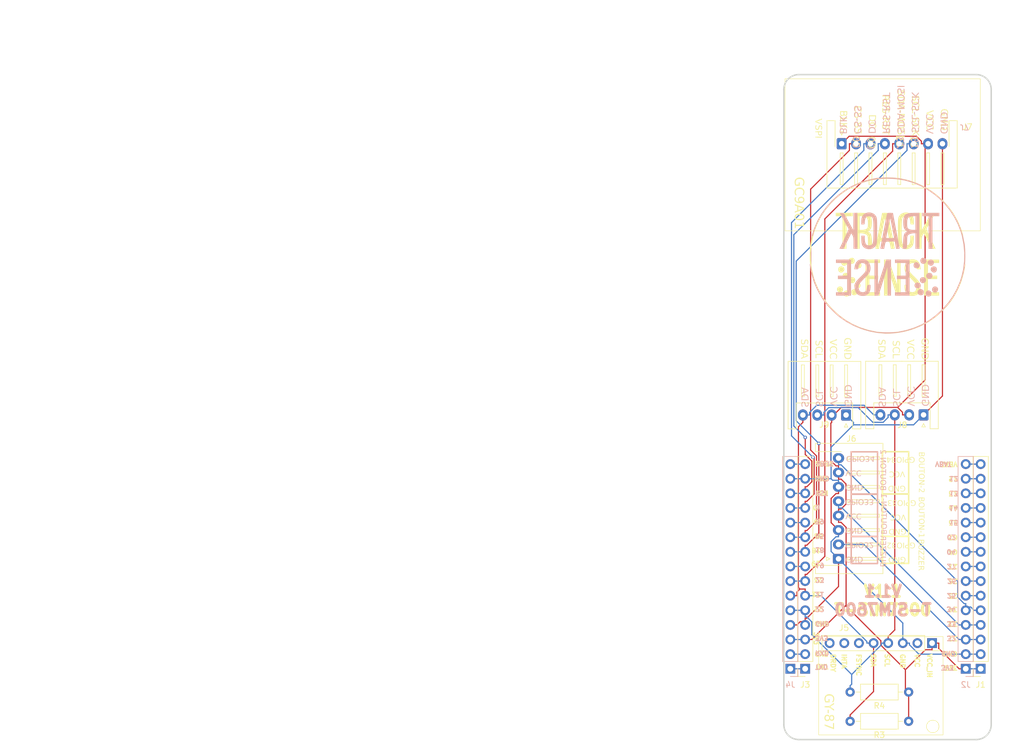
<source format=kicad_pcb>
(kicad_pcb (version 20240108) (generator "pcbnew") (generator_version "8.0")
  (title_block (title "TrackSense") (date "2024-05-07") (rev "1") (company "DFC - Cegep Ste-Foy"))
  (layers (0 "F.Cu" signal "TopLayer") (31 "B.Cu" signal "BottomLayer") (34 "B.Paste" user "BottomPasteMaskLayer") (35 "F.Paste" user "TopPasteMaskLayer") (36 "B.SilkS" user "BottomSilkLayer") (37 "F.SilkS" user "TopSilkLayer") (38 "B.Mask" user "BottomSolderMaskLayer") (39 "F.Mask" user "TopSolderMaskLayer") (44 "Edge.Cuts" user "BoardOutLine"))
  (net 0 "")
  (net 1 "GND")
  (net 2 "VCC")
  (net 3 "GPIO27")
  (net 4 "GPIO15")
  (net 5 "GPIO14")
  (net 6 "GPIO32")
  (net 7 "GPIO04")
  (net 8 "VBAT")
  (net 9 "GPIO34")
  (net 10 "GPIO25")
  (net 11 "GPIO12")
  (net 12 "GPIO13")
  (net 13 "GPIO02")
  (net 14 "GPIO26")
  (net 15 "GPIO33")
  (net 20 "DC")
  (net 21 "TXD")
  (net 22 "GPIO39")
  (net 23 "GPIO23")
  (net 24 "VBUS")
  (net 25 "RST")
  (net 26 "RXD")
  (net 27 "GPIO18")
  (net 28 "GPIO22")
  (net 29 "GPIO19")
  (net 30 "GPIO05")
  (net 31 "GPIO21")
  (footprint "Connector_JST:JST_XH_S4B-XH-A_1x04_P2.50mm_Horizontal" (layer "F.Cu") (at 192.122493 100.122593 180)
    (property "Reference" "J8")
    (property "Value" "Conn_01x04_Pin")
  )
  (footprint "Connector_PinSocket_2.54mm:PinSocket_1x15_P2.54mm_Vertical" (layer "F.Cu") (at 171.568593 144.238893 180)
    (property "Reference" "J3")
    (property "Value" "Conn_01x15_Socket")
  )
  (footprint "Connector_JST:JST_XH_S4B-XH-A_1x04_P2.50mm_Horizontal" (layer "F.Cu") (at 178.668593 100.148893 180)
    (property "Reference" "J9")
    (property "Value" "Conn_01x04_Pin")
  )
  (footprint "TrackSense_EasyEDA:Hole_gge31514" (layer "F.Cu") (at 170.868693 51.406793 180)
    (property "Reference" "Hole_gge31514" (hide yes))
    (property "Value" "Hole_gge31514" (hide yes))
  )
  (footprint "Connector_PinSocket_2.54mm:PinSocket_1x08_P2.54mm_Vertical" (layer "F.Cu") (at 193.598593 139.778893 -90)
    (property "Reference" "J5")
    (property "Value" "Conn_01x08_Socket")
  )
  (footprint "TrackSense_EasyEDA:Hole_gge26318" (layer "F.Cu") (at 170.458693 43.576993 180)
    (property "Reference" "Hole_gge26318" (hide yes))
    (property "Value" "Hole_gge26318" (hide yes))
  )
  (footprint "KicadLib:TS_LOGO_FOOTPRINT" (layer "F.Cu") (at 185.85158 72.377594)
    (property "Reference" "G1" (hide yes))
    (property "Value" "LOGO" (hide yes))
  )
  (footprint "TrackSense_EasyEDA:Hole_gge26333" (layer "F.Cu") (at 198.168593 43.576993 180)
    (property "Reference" "Hole_gge26333" (hide yes))
    (property "Value" "Hole_gge26333" (hide yes))
  )
  (footprint "TrackSense_EasyEDA:Hole_gge31529" (layer "F.Cu") (at 170.868693 47.816693 180)
    (property "Reference" "Hole_gge31529" (hide yes))
    (property "Value" "Hole_gge31529" (hide yes))
  )
  (footprint "Resistor_THT:R_Axial_DIN0207_L6.3mm_D2.5mm_P10.16mm_Horizontal" (layer "F.Cu") (at 189.532593 148.285193 180)
    (property "Reference" "R4")
    (property "Value" "4.7k")
  )
  (footprint "TrackSense_EasyEDA:Hole_gge6258" (layer "F.Cu") (at 170.458693 148.936693 180)
    (property "Reference" "Hole_gge6258" (hide yes))
    (property "Value" "Hole_gge6258" (hide yes))
  )
  (footprint "TrackSense_EasyEDA:Hole_gge6255" (layer "F.Cu") (at 198.168593 148.936693 180)
    (property "Reference" "Hole_gge6255" (hide yes))
    (property "Value" "Hole_gge6255" (hide yes))
  )
  (footprint "Connector_JST:JST_XH_S8B-XH-A-1_1x08_P2.50mm_Horizontal" (layer "F.Cu") (at 177.358593 125.138893 90)
    (property "Reference" "J6")
    (property "Value" "Conn_01x08_Pin")
  )
  (footprint "Resistor_THT:R_Axial_DIN0207_L6.3mm_D2.5mm_P10.16mm_Horizontal" (layer "F.Cu") (at 189.532593 153.365193 180)
    (property "Reference" "R3")
    (property "Value" "4.7k")
  )
  (footprint "Connector_JST:JST_XH_S8B-XH-A-1_1x08_P2.50mm_Horizontal" (layer "F.Cu") (at 177.905693 53.011093)
    (property "Reference" "J7")
    (property "Value" "Conn_01x08_Pin")
  )
  (footprint "TrackSense_EasyEDA:Hole_gge12314" (layer "F.Cu") (at 193.723593 154.253893 180)
    (property "Reference" "Hole_gge12314" (hide yes))
    (property "Value" "Hole_gge12314" (hide yes))
  )
  (footprint "Connector_PinSocket_2.54mm:PinSocket_1x15_P2.54mm_Vertical" (layer "F.Cu") (at 202.038593 144.238893 180)
    (property "Reference" "J1")
    (property "Value" "Conn_01x15_Socket")
  )
  (footprint "Connector_PinSocket_2.54mm:PinSocket_1x15_P2.54mm_Vertical" (layer "B.Cu") (at 199.448593 144.238893)
    (property "Reference" "J2")
    (property "Value" "Conn_01x15_Socket")
  )
  (footprint "KicadLib:TS_LOGO_FOOTPRINT" (layer "B.Cu") (at 185.885466 72.377594 180)
    (property "Reference" "G2" (hide yes))
    (property "Value" "LOGO" (hide yes))
  )
  (footprint "Connector_PinSocket_2.54mm:PinSocket_1x15_P2.54mm_Vertical" (layer "B.Cu") (at 168.988593 144.238893)
    (property "Reference" "J4")
    (property "Value" "Conn_01x15_Socket")
  )
  (gr_rect (start 179.558693 106.541793) (end 184.130693 113.907793) (stroke (width 0.254)) (fill none) (layer "B.SilkS"))
  (gr_rect (start 179.558693 121.255493) (end 184.130693 125.954493) (stroke (width 0.254)) (fill none) (layer "B.SilkS"))
  (gr_rect (start 179.558693 113.889493) (end 184.130693 121.255493) (stroke (width 0.254)) (fill none) (layer "B.SilkS"))
  (gr_rect (start 184.960593 113.867893) (end 189.532593 121.233893) (stroke (width 0.254)) (fill none) (layer "F.SilkS"))
  (gr_rect (start 184.960593 121.233893) (end 189.532593 125.932893) (stroke (width 0.254)) (fill none) (layer "F.SilkS"))
  (gr_rect (start 173.911593 138.633193) (end 195.511493 155.733193) (stroke (width 0.1)) (fill none) (layer "F.SilkS"))
  (gr_rect (start 168.069593 41.731893) (end 201.978593 68.147893) (stroke (width 0.1)) (fill none) (layer "F.SilkS"))
  (gr_circle (center 193.723593 154.254193) (end 192.723593 154.254193) (stroke (width 0.254)) (fill none) (layer "F.SilkS"))
  (gr_rect (start 184.960593 106.519893) (end 189.532593 113.885893) (stroke (width 0.254)) (fill none) (layer "F.SilkS"))
  (gr_line (start 203.868593 43.588963) (end 203.868593 153.948593) (stroke (width 0.254)) (layer "Edge.Cuts"))
  (gr_line (start 167.868693 153.948593) (end 167.868693 43.588723) (stroke (width 0.254)) (layer "Edge.Cuts"))
  (gr_line (start 201.278593 156.538593) (end 170.458693 156.538593) (stroke (width 0.254)) (layer "Edge.Cuts"))
  (gr_arc (start 201.278523 40.998893) (mid 203.10997 41.757516) (end 203.868593 43.588963) (stroke (width 0.254)) (layer "Edge.Cuts"))
  (gr_arc (start 167.868693 43.588723) (mid 168.627228 41.757428) (end 170.458523 40.998893) (stroke (width 0.254)) (layer "Edge.Cuts"))
  (gr_arc (start 203.868593 153.948593) (mid 203.11 155.78) (end 201.278593 156.538593) (stroke (width 0.254)) (layer "Edge.Cuts"))
  (gr_arc (start 170.458693 156.538593) (mid 168.627286 155.78) (end 167.868693 153.948593) (stroke (width 0.254)) (layer "Edge.Cuts"))
  (gr_line (start 170.458523 40.998893) (end 201.278523 40.998893) (stroke (width 0.254)) (layer "Edge.Cuts"))
  (gr_text "BUZZER" (at 184.468593 126.558893 -90) (layer "B.SilkS") (effects (font (size 0.96 0.96) (thickness 0.2032)) (justify left bottom mirror)))
  (gr_text "TXD" (at 173.195093 143.431193 180) (layer "B.SilkS") (effects (font (size 0.8 0.8) (thickness 0.2032)) (justify left bottom mirror)))
  (gr_text "3V3" (at 195.029693 143.558193 180) (layer "B.SilkS") (effects (font (size 0.8 0.8) (thickness 0.2032)) (justify left bottom mirror)))
  (gr_text "SCL" (at 173.229593 98.767593 -90) (layer "B.SilkS") (effects (font (size 1.2 1.2) (thickness 0.2032)) (justify left bottom mirror)))
  (gr_text "VBUS\n" (at 173.298593 108.108893 180) (layer "B.SilkS") (effects (font (size 0.8 0.8) (thickness 0.2)) (justify left bottom mirror)))
  (gr_text "05" (at 179.608593 53.778893 -90) (layer "B.SilkS") (effects (font (size 1.2 1.2) (thickness 0.2032)) (justify left bottom mirror)))
  (gr_text "14" (at 196.437593 115.818893 180) (layer "B.SilkS") (effects (font (size 0.8 0.8) (thickness 0.2032)) (justify left bottom mirror)))
  (gr_text "GND" (at 173.195093 135.938193 180) (layer "B.SilkS") (effects (font (size 0.8 0.8) (thickness 0.2032)) (justify left bottom mirror)))
  (gr_text "3V3" (at 173.195093 138.422793 180) (layer "B.SilkS") (effects (font (size 0.8 0.8) (thickness 0.2032)) (justify left bottom mirror)))
  (gr_text "GND" (at 178.547093 124.622793 180) (layer "B.SilkS") (effects (font (size 0.96 0.96) (thickness 0.2032)) (justify left bottom mirror)))
  (gr_text "VCC" (at 178.549593 117.122893 180) (layer "B.SilkS") (effects (font (size 0.96 0.96) (thickness 0.2032)) (justify left bottom mirror)))
  (gr_text "VCC" (at 189.144493 98.638093 -90) (layer "B.SilkS") (effects (font (size 1.2 1.2) (thickness 0.2032)) (justify left bottom mirror)))
  (gr_text "V1.1\nT-SIM7600" (at 185.055492 135.164893 0) (layer "B.SilkS") (effects (font (size 2 2) (thickness 0.5)) (justify bottom mirror)))
  (gr_text "27" (at 196.074393 125.978893 180) (layer "B.SilkS") (effects (font (size 0.8 0.8) (thickness 0.2032)) (justify left bottom mirror)))
  (gr_text "00" (at 182.102393 53.994793 -90) (layer "B.SilkS") (effects (font (size 1.2 1.2) (thickness 0.2032)) (justify left bottom mirror)))
  (gr_text "BOUTON-2" (at 184.468593 113.288893 -90) (layer "B.SilkS") (effects (font (size 0.96 0.96) (thickness 0.2032)) (justify left bottom mirror)))
  (gr_text "02" (at 196.074393 120.898893 180) (layer "B.SilkS") (effects (font (size 0.8 0.8) (thickness 0.2032)) (justify left bottom mirror)))
  (gr_text "RES-RST" (at 184.880693 51.267693 -90) (layer "B.SilkS") (effects (font (size 1.2 1.2) (thickness 0.2032)) (justify left bottom mirror)))
  (gr_text "SDA" (at 170.729493 98.808193 -90) (layer "B.SilkS") (effects (font (size 1.2 1.2) (thickness 0.2032)) (justify left bottom mirror)))
  (gr_text "0" (at 173.198593 115.651893 180) (layer "B.SilkS") (effects (font (size 0.8 0.8) (thickness 0.2032)) (justify left bottom mirror)))
  (gr_text "26" (at 196.120093 128.518893 180) (layer "B.SilkS") (effects (font (size 0.8 0.8) (thickness 0.2032)) (justify left bottom mirror)))
  (gr_text "SCL" (at 186.644593 98.719293 -90) (layer "B.SilkS") (effects (font (size 1.2 1.2) (thickness 0.2032)) (justify left bottom mirror)))
  (gr_text "04" (at 196.028593 123.438893 180) (layer "B.SilkS") (effects (font (size 0.8 0.8) (thickness 0.2032)) (justify left bottom mirror)))
  (gr_text "12" (at 196.483293 110.738893 180) (layer "B.SilkS") (effects (font (size 0.8 0.8) (thickness 0.2032)) (justify left bottom mirror)))
  (gr_text "13" (at 196.483293 113.278893 180) (layer "B.SilkS") (effects (font (size 0.8 0.8) (thickness 0.2032)) (justify left bottom mirror)))
  (gr_text "GND" (at 195.075393 141.117493 180) (layer "B.SilkS") (effects (font (size 0.8 0.8) (thickness 0.2032)) (justify left bottom mirror)))
  (gr_text "BLK" (at 177.378593 51.348893 -90) (layer "B.SilkS") (effects (font (size 1.2 1.2) (thickness 0.2032)) (justify left bottom mirror)))
  (gr_text "39" (at 173.195093 118.158193 180) (layer "B.SilkS") (effects (font (size 0.8 0.8) (thickness 0.2032)) (justify left bottom mirror)))
  (gr_text "18" (at 173.195093 123.111193 180) (layer "B.SilkS") (effects (font (size 0.8 0.8) (thickness 0.2032)) (justify left bottom mirror)))
  (gr_text "SDA" (at 184.144793 98.760193 -90) (layer "B.SilkS") (effects (font (size 1.2 1.2) (thickness 0.2032)) (justify left bottom mirror)))
  (gr_text "VCC" (at 192.378493 51.318493 -90) (layer "B.SilkS") (effects (font (size 1.2 1.2) (thickness 0.2032)) (justify left bottom mirror)))
  (gr_text "18" (at 189.795793 53.921193 -90) (layer "B.SilkS") (effects (font (size 1.2 1.2) (thickness 0.2032)) (justify left bottom mirror)))
  (gr_text "VCC" (at 175.729693 98.686293 -90) (layer "B.SilkS") (effects (font (size 1.2 1.2) (thickness 0.2032)) (justify left bottom mirror)))
  (gr_text "RST" (at 173.198593 113.238893 180) (layer "B.SilkS") (effects (font (size 0.8 0.8) (thickness 0.2032)) (justify left bottom mirror)))
  (gr_text "19" (at 173.195093 125.778193 180) (layer "B.SilkS") (effects (font (size 0.8 0.8) (thickness 0.2032)) (justify left bottom mirror)))
  (gr_text "SCL-SCK" (at 189.878393 51.145693 -90) (layer "B.SilkS") (effects (font (size 1.2 1.2) (thickness 0.2032)) (justify left bottom mirror)))
  (gr_text "15" (at 196.483293 118.358893 180) (layer "B.SilkS") (effects (font (size 0.8 0.8) (thickness 0.2032)) (justify left bottom mirror)))
  (gr_text "SDA-MOSI" (at 187.378493 51.186393 -90) (layer "B.SilkS") (effects (font (size 1.2 1.2) (thickness 0.2032)) (justify left bottom mirror)))
  (gr_text "GND" (at 173.198593 110.698893 180) (layer "B.SilkS") (effects (font (size 0.8 0.8) (thickness 0.2032)) (justify left bottom mirror)))
  (gr_text "GND" (at 178.229593 98.696493 -90) (layer "B.SilkS") (effects (font (size 1.2 1.2) (thickness 0.2032)) (justify left bottom mirror)))
  (gr_text "GPIO33" (at 178.483593 114.622793 180) (layer "B.SilkS") (effects (font (size 0.96 0.96) (thickness 0.2032)) (justify left bottom mirror)))
  (gr_text "DC" (at 182.378793 51.305793 -90) (layer "B.SilkS") (effects (font (size 1.2 1.2) (thickness 0.2032)) (justify left bottom mirror)))
  (gr_text "VCC" (at 178.552193 109.622793 180) (layer "B.SilkS") (effects (font (size 0.96 0.96) (thickness 0.2032)) (justify left bottom mirror)))
  (gr_text "GND" (at 191.644593 98.648193 -90) (layer "B.SilkS") (effects (font (size 1.2 1.2) (thickness 0.2032)) (justify left bottom mirror)))
  (gr_text "GND" (at 194.878393 51.328593 -90) (layer "B.SilkS") (effects (font (size 1.2 1.2) (thickness 0.2032)) (justify left bottom mirror)))
  (gr_text "VBAT" (at 194.019493 108.198893 180) (layer "B.SilkS") (effects (font (size 0.8 0.8) (thickness 0.2032)) (justify left bottom mirror)))
  (gr_text "05" (at 173.195093 120.698193 180) (layer "B.SilkS") (effects (font (size 0.8 0.8) (thickness 0.2032)) (justify left bottom mirror)))
  (gr_text "GND" (at 178.488693 119.622793 180) (layer "B.SilkS") (effects (font (size 0.96 0.96) (thickness 0.2032)) (justify left bottom mirror)))
  (gr_text "J7\n" (at 198.315393 49.605893 180) (layer "B.SilkS") (effects (font (size 0.9144 0.9144) (thickness 0.1524)) (justify left bottom mirror)))
  (gr_text "21" (at 173.195093 130.858193 180) (layer "B.SilkS") (effects (font (size 0.8 0.8) (thickness 0.2032)) (justify left bottom mirror)))
  (gr_text "GND" (at 178.526793 112.122893 180) (layer "B.SilkS") (effects (font (size 0.96 0.96) (thickness 0.2032)) (justify left bottom mirror)))
  (gr_text "22" (at 173.195093 133.398193 180) (layer "B.SilkS") (effects (font (size 0.8 0.8) (thickness 0.2032)) (justify left bottom mirror)))
  (gr_text "BOUTON-1" (at 184.598593 120.908893 -90) (layer "B.SilkS") (effects (font (size 0.96 0.96) (thickness 0.2032)) (justify left bottom mirror)))
  (gr_text "33" (at 196.058393 135.938193 180) (layer "B.SilkS") (effects (font (size 0.8 0.8) (thickness 0.2032)) (justify left bottom mirror)))
  (gr_text "GPIO34" (at 178.653793 107.122893 180) (layer "B.SilkS") (effects (font (size 0.96 0.96) (thickness 0.2032)) (justify left bottom mirror)))
  (gr_text "23" (at 173.195093 128.318193 180) (layer "B.SilkS") (effects (font (size 0.8 0.8) (thickness 0.2032)) (justify left bottom mirror)))
  (gr_text "GPIO32" (at 178.483593 122.122893 180) (layer "B.SilkS") (effects (font (size 0.96 0.96) (thickness 0.2032)) (justify left bottom mirror)))
  (gr_text "CS-SS" (at 179.878393 51.313393 -90) (layer "B.SilkS") (effects (font (size 1.2 1.2) (thickness 0.2032)) (justify left bottom mirror)))
  (gr_text "25" (at 196.074393 131.058893 180) (layer "B.SilkS") (effects (font (size 0.8 0.8) (thickness 0.2032)) (justify left bottom mirror)))
  (gr_text "32" (at 196.058393 138.450493 180) (layer "B.SilkS") (effects (font (size 0.8 0.8) (thickness 0.2032)) (justify left bottom mirror)))
  (gr_text "23" (at 187.295893 53.918593 -90) (layer "B.SilkS") (effects (font (size 1.2 1.2) (thickness 0.2032)) (justify left bottom mirror)))
  (gr_text "RXD" (at 173.195093 141.018193 180) (layer "B.SilkS") (effects (font (size 0.8 0.8) (thickness 0.2032)) (justify left bottom mirror)))
  (gr_text "34" (at 196.012593 133.398193 180) (layer "B.SilkS") (effects (font (size 0.8 0.8) (thickness 0.2032)) (justify left bottom mirror)))
  (gr_text "VCC" (at 190.543493 141.553893 -90) (layer "F.SilkS") (effects (font (size 0.8 0.8) (thickness 0.2032)) (justify left bottom)))
  (gr_text "0" (at 173.843993 115.751193 180) (layer "F.SilkS") (effects (font (size 0.8 0.8) (thickness 0.2032)) (justify left bottom)))
  (gr_text "12" (at 198.133493 110.766593 180) (layer "F.SilkS") (effects (font (size 0.8 0.8) (thickness 0.2032)) (justify left bottom)))
  (gr_text "BLK" (at 177.440493 47.187193 -90) (layer "F.SilkS") (effects (font (size 1.2 1.2) (thickness 0.2032)) (justify left bottom)))
  (gr_text "04" (at 198.133493 123.466593 180) (layer "F.SilkS") (effects (font (size 0.8 0.8) (thickness 0.2032)) (justify left bottom)))
  (gr_text "15" (at 198.133493 118.386593 180) (layer "F.SilkS") (effects (font (size 0.8 0.8) (thickness 0.2032)) (justify left bottom)))
  (gr_text "02" (at 198.133493 120.926593 180) (layer "F.SilkS") (effects (font (size 0.8 0.8) (thickness 0.2032)) (justify left bottom)))
  (gr_text "RXD" (at 175.712193 141.172893 180) (layer "F.SilkS") (effects (font (size 0.8 0.8) (thickness 0.2032)) (justify left bottom)))
  (gr_text "SCL" (at 173.163593 87.122593 -90) (layer "F.SilkS") (effects (font (size 1.2 1.2) (thickness 0.2032)) (justify left bottom)))
  (gr_text "23" (at 187.159193 51.513393 -90) (layer "F.SilkS") (effects (font (size 1.2 1.2) (thickness 0.2032)) (justify left bottom)))
  (gr_text "18" (at 174.366293 123.210493 180) (layer "F.SilkS") (effects (font (size 0.8 0.8) (thickness 0.2032)) (justify left bottom)))
  (gr_text "05" (at 174.775193 120.670493 180) (layer "F.SilkS") (effects (font (size 0.8 0.8) (thickness 0.2032)) (justify left bottom)))
  (gr_text "SDA" (at 184.078493 86.964793 -90) (layer "F.SilkS") (effects (font (size 1.2 1.2) (thickness 0.2032)) (justify left bottom)))
  (gr_text "VCC" (at 189.078793 86.998093 -90) (layer "F.SilkS") (effects (font (size 1.2 1.2) (thickness 0.2032)) (justify left bottom)))
  (gr_text "INTA" (at 177.848593 141.554193 -90) (layer "F.SilkS") (effects (font (size 0.8 0.8) (thickness 0.2032)) (justify left bottom)))
  (gr_text "GPIO33" (at 190.839093 114.789893 180) (layer "F.SilkS") (effects (font (size 0.96 0.96) (thickness 0.2032)) (justify left bottom)))
  (gr_text "05" (at 179.659393 51.648093 -90) (layer "F.SilkS") (effects (font (size 1.2 1.2) (thickness 0.2032)) (justify left bottom)))
  (gr_text "GND" (at 198.117493 141.145193 180) (layer "F.SilkS") (effects (font (size 0.8 0.8) (thickness 0.2032)) (justify left bottom)))
  (gr_text "13" (at 198.133493 113.306593 180) (layer "F.SilkS") (effects (font (size 0.8 0.8) (thickness 0.2032)) (justify left bottom)))
  (gr_text "V1.1\nT-SIM7600" (at 185.055492 135.164893 0) (layer "F.SilkS") (effects (font (size 2 2) (thickness 0.5)) (justify bottom)))
  (gr_text "VSPI" (at 173.158593 48.628893 -90) (layer "F.SilkS") (effects (font (size 1.12 1.12) (thickness 0.2032)) (justify left bottom)))
  (gr_text "3V3" (at 198.117493 143.585893 180) (layer "F.SilkS") (effects (font (size 0.8 0.8) (thickness 0.2032)) (justify left bottom)))
  (gr_text "00" (at 182.346393 51.686193 -90) (layer "F.SilkS") (effects (font (size 1.2 1.2) (thickness 0.2032)) (justify left bottom)))
  (gr_text "CS-SS" (at 179.940693 46.399793 -90) (layer "F.SilkS") (effects (font (size 1.2 1.2) (thickness 0.2032)) (justify left bottom)))
  (gr_text "GND" (at 188.008593 141.554193 -90) (layer "F.SilkS") (effects (font (size 0.8 0.8) (thickness 0.2032)) (justify left bottom)))
  (gr_text "34" (at 198.117493 133.425893 180) (layer "F.SilkS") (effects (font (size 0.8 0.8) (thickness 0.2032)) (justify left bottom)))
  (gr_text "FSYNC" (at 180.388593 141.554193 -90) (layer "F.SilkS") (effects (font (size 0.8 0.8) (thickness 0.2032)) (justify left bottom)))
  (gr_text "39" (at 174.729493 118.130493 180) (layer "F.SilkS") (effects (font (size 0.8 0.8) (thickness 0.2032)) (justify left bottom)))
  (gr_text "VBUS\n" (at 176.502093 108.089593 180) (layer "F.SilkS") (effects (font (size 0.8 0.8) (thickness 0.2)) (justify left bottom)))
  (gr_text "BUZZER" (at 191.088593 121.708893 -90) (layer "F.SilkS") (effects (font (size 0.96 0.96) (thickness 0.2032)) (justify left bottom)))
  (gr_text "SDA" (at 170.663793 86.919093 -90) (layer "F.SilkS") (effects (font (size 1.2 1.2) (thickness 0.2032)) (justify left bottom)))
  (gr_text "RST" (at 175.715993 113.211193 180) (layer "F.SilkS") (effects (font (size 0.8 0.8) (thickness 0.2032)) (justify left bottom)))
  (gr_text "GY-87" (at 174.678593 148.528893 -90) (layer "F.SilkS") (effects (font (size 1.6 1.6) (thickness 0.2032)) (justify left bottom)))
  (gr_text "GND" (at 175.761693 110.671193 180) (layer "F.SilkS") (effects (font (size 0.8 0.8) (thickness 0.2032)) (justify left bottom)))
  (gr_text "GND" (at 189.066893 124.662893 180) (layer "F.SilkS") (effects (font (size 0.96 0.96) (thickness 0.2032)) (justify left bottom)))
  (gr_text "33" (at 198.117493 135.965893 180) (layer "F.SilkS") (effects (font (size 0.8 0.8) (thickness 0.2032)) (justify left bottom)))
  (gr_text "DRDY" (at 175.943593 141.553893 -90) (layer "F.SilkS") (effects (font (size 0.8 0.8) (thickness 0.2032)) (justify left bottom)))
  (gr_text "VCC" (at 188.928593 109.808893 180) (layer "F.SilkS") (effects (font (size 0.96 0.96) (thickness 0.2032)) (justify left bottom)))
  (gr_text "21" (at 174.366293 130.830493 180) (layer "F.SilkS") (effects (font (size 0.8 0.8) (thickness 0.2032)) (justify left bottom)))
  (gr_text "GND" (at 191.578593 86.728893 -90) (layer "F.SilkS") (effects (font (size 1.2 1.2) (thickness 0.2032)) (justify left bottom)))
  (gr_text "3V3" (at 173.022593 137.743893 -90) (layer "F.SilkS") (effects (font (size 0.8 0.8) (thickness 0.2032)) (justify left bottom)))
  (gr_text "SCL" (at 186.578593 87.170793 -90) (layer "F.SilkS") (effects (font (size 1.2 1.2) (thickness 0.2032)) (justify left bottom)))
  (gr_text "32" (at 198.117493 138.478193 180) (layer "F.SilkS") (effects (font (size 0.8 0.8) (thickness 0.2032)) (justify left bottom)))
  (gr_text "19" (at 174.320493 125.468793 180) (layer "F.SilkS") (effects (font (size 0.8 0.8) (thickness 0.2032)) (justify left bottom)))
  (gr_text "27" (at 198.133493 126.006593 180) (layer "F.SilkS") (effects (font (size 0.8 0.8) (thickness 0.2032)) (justify left bottom)))
  (gr_text "TXD" (at 175.712493 143.359593 180) (layer "F.SilkS") (effects (font (size 0.8 0.8) (thickness 0.2032)) (justify left bottom)))
  (gr_text "GND" (at 189.135693 119.789893 180) (layer "F.SilkS") (effects (font (size 0.96 0.96) (thickness 0.2032)) (justify left bottom)))
  (gr_text "GND" (at 175.758193 135.910493 180) (layer "F.SilkS") (effects (font (size 0.8 0.8) (thickness 0.2032)) (justify left bottom)))
  (gr_text "DC" (at 182.440493 47.911093 -90) (layer "F.SilkS") (effects (font (size 1.2 1.2) (thickness 0.2032)) (justify left bottom)))
  (gr_text "GND" (at 189.018593 112.289793 180) (layer "F.SilkS") (effects (font (size 0.96 0.96) (thickness 0.2032)) (justify left bottom)))
  (gr_text "GND" (at 178.163593 86.680593 -90) (layer "F.SilkS") (effects (font (size 1.2 1.2) (thickness 0.2032)) (justify left bottom)))
  (gr_text "GC9A01" (at 169.498593 58.768893 -90) (layer "F.SilkS") (effects (font (size 1.6 1.6) (thickness 0.2032)) (justify left bottom)))
  (gr_text "GND" (at 194.940393 46.900093 -90) (layer "F.SilkS") (effects (font (size 1.2 1.2) (thickness 0.2032)) (justify left bottom)))
  (gr_text "RES-RST" (at 184.753693 44.456693 -90) (layer "F.SilkS") (effects (font (size 1.2 1.2) (thickness 0.2032)) (justify left bottom)))
  (gr_text "23" (at 174.775193 128.290493 180) (layer "F.SilkS") (effects (font (size 0.8 0.8) (thickness 0.2032)) (justify left bottom)))
  (gr_text "22" (at 174.775193 133.370493 180) (layer "F.SilkS") (effects (font (size 0.8 0.8) (thickness 0.2032)) (justify left bottom)))
  (gr_text "VCC_IN" (at 192.702493 141.523393 -90) (layer "F.SilkS") (effects (font (size 0.8 0.8) (thickness 0.2032)) (justify left bottom)))
  (gr_text "GPIO32" (at 190.712093 122.162793 180) (layer "F.SilkS") (effects (font (size 0.96 0.96) (thickness 0.2032)) (justify left bottom)))
  (gr_text "VCC" (at 189.083493 117.308793 180) (layer "F.SilkS") (effects (font (size 0.96 0.96) (thickness 0.2032)) (justify left bottom)))
  (gr_text "25" (at 198.133493 131.086593 180) (layer "F.SilkS") (effects (font (size 0.8 0.8) (thickness 0.2032)) (justify left bottom)))
  (gr_text "26" (at 198.133493 128.546593 180) (layer "F.SilkS") (effects (font (size 0.8 0.8) (thickness 0.2032)) (justify left bottom)))
  (gr_text "GPIO34" (at 190.648593 107.289793 180) (layer "F.SilkS") (effects (font (size 0.96 0.96) (thickness 0.2032)) (justify left bottom)))
  (gr_text "SCL-SCK" (at 189.940393 44.578593 -90) (layer "F.SilkS") (effects (font (size 1.2 1.2) (thickness 0.2032)) (justify left bottom)))
  (gr_text "VBAT" (at 198.133493 108.226593 180) (layer "F.SilkS") (effects (font (size 0.8 0.8) (thickness 0.2032)) (justify left bottom)))
  (gr_text "BOUTON-2" (at 191.158593 106.526393 -90) (layer "F.SilkS") (effects (font (size 0.96 0.96) (thickness 0.2032)) (justify left bottom)))
  (gr_text "SDA-MOSI" (at 187.440493 43.633693 -90) (layer "F.SilkS") (effects (font (size 1.2 1.2) (thickness 0.2032)) (justify left bottom)))
  (gr_text "SCL" (at 185.336493 141.528493 -90) (layer "F.SilkS") (effects (font (size 0.8 0.8) (thickness 0.2032)) (justify left bottom)))
  (gr_text "BOUTON-1" (at 191.138593 114.348893 -90) (layer "F.SilkS") (effects (font (size 0.96 0.96) (thickness 0.2032)) (justify left bottom)))
  (gr_text "VCC" (at 175.663493 86.952393 -90) (layer "F.SilkS") (effects (font (size 1.2 1.2) (thickness 0.2032)) (justify left bottom)))
  (gr_text "14" (at 198.133493 115.846593 180) (layer "F.SilkS") (effects (font (size 0.8 0.8) (thickness 0.2032)) (justify left bottom)))
  (gr_text "SDA" (at 182.923493 141.528493 -90) (layer "F.SilkS") (effects (font (size 0.8 0.8) (thickness 0.2032)) (justify left bottom)))
  (gr_text "18" (at 189.659093 51.559193 -90) (layer "F.SilkS") (effects (font (size 1.2 1.2) (thickness 0.2032)) (justify left bottom)))
  (gr_text "VCC" (at 192.440493 47.169393 -90) (layer "F.SilkS") (effects (font (size 1.2 1.2) (thickness 0.2032)) (justify left bottom)))
  (segment (start 177.358593 113.790593) (end 176.926693 113.790593) (width 0.2) (layer "F.Cu") (net 1))
  (segment (start 177.358593 125.138893) (end 177.358593 129.945693) (width 0.2) (layer "F.Cu") (net 1))
  (segment (start 171.568593 136.618893) (end 171.568593 136.043093) (width 0.2) (layer "F.Cu") (net 1))
  (segment (start 168.988593 136.618893) (end 170.140293 136.618893) (width 0.2) (layer "F.Cu") (net 1))
  (segment (start 170.716093 136.043093) (end 170.140293 136.618893) (width 0.2) (layer "F.Cu") (net 1))
  (segment (start 192.122493 100.122593) (end 195.405693 96.839393) (width 0.2) (layer "F.Cu") (net 1))
  (segment (start 176.926693 113.790593) (end 176.077493 114.639793) (width 0.2) (layer "F.Cu") (net 1))
  (segment (start 171.568593 136.043093) (end 171.568593 135.467193) (width 0.2) (layer "F.Cu") (net 1))
  (segment (start 177.358593 129.945693) (end 171.837093 135.467193) (width 0.2) (layer "F.Cu") (net 1))
  (segment (start 171.568593 136.043093) (end 170.716093 136.043093) (width 0.2) (layer "F.Cu") (net 1))
  (segment (start 177.358593 112.638893) (end 177.358593 113.790593) (width 0.2) (layer "F.Cu") (net 1))
  (segment (start 176.077493 114.639793) (end 176.077493 118.857793) (width 0.2) (layer "F.Cu") (net 1))
  (segment (start 171.837093 135.467193) (end 171.568593 135.467193) (width 0.2) (layer "F.Cu") (net 1))
  (segment (start 176.077493 118.857793) (end 177.358593 120.138893) (width 0.2) (layer "F.Cu") (net 1))
  (segment (start 195.405693 96.839393) (end 195.405693 53.011093) (width 0.2) (layer "F.Cu") (net 1))
  (segment (start 176.926693 121.290593) (end 176.066193 122.151093) (width 0.2) (layer "B.Cu") (net 1))
  (segment (start 188.518593 136.298893) (end 188.518593 138.627193) (width 0.2) (layer "B.Cu") (net 1))
  (segment (start 199.448593 141.698893) (end 202.038593 141.698893) (width 0.2) (layer "B.Cu") (net 1))
  (segment (start 189.670293 140.066793) (end 191.302393 141.698893) (width 0.2) (layer "B.Cu") (net 1))
  (segment (start 188.518593 139.778893) (end 188.518593 138.627193) (width 0.2) (layer "B.Cu") (net 1))
  (segment (start 190.391093 101.853993) (end 192.122493 100.122593) (width 0.2) (layer "B.Cu") (net 1))
  (segment (start 172.720293 111.218893) (end 176.067193 111.218893) (width 0.2) (layer "B.Cu") (net 1))
  (segment (start 178.668593 100.148893) (end 179.961993 101.442293) (width 0.2) (layer "B.Cu") (net 1))
  (segment (start 177.358593 112.638893) (end 177.358593 111.487193) (width 0.2) (layer "B.Cu") (net 1))
  (segment (start 177.358593 125.138893) (end 188.518593 136.298893) (width 0.2) (layer "B.Cu") (net 1))
  (segment (start 177.358593 121.290593) (end 176.926693 121.290593) (width 0.2) (layer "B.Cu") (net 1))
  (segment (start 176.067193 111.218893) (end 176.067193 105.748793) (width 0.2) (layer "B.Cu") (net 1))
  (segment (start 179.961993 101.853993) (end 190.391093 101.853993) (width 0.2) (layer "B.Cu") (net 1))
  (segment (start 176.335493 111.487193) (end 176.067193 111.218893) (width 0.2) (layer "B.Cu") (net 1))
  (segment (start 177.358593 120.138893) (end 177.358593 121.290593) (width 0.2) (layer "B.Cu") (net 1))
  (segment (start 176.066193 122.151093) (end 176.066193 123.846493) (width 0.2) (layer "B.Cu") (net 1))
  (segment (start 177.358593 111.487193) (end 176.335493 111.487193) (width 0.2) (layer "B.Cu") (net 1))
  (segment (start 188.518593 139.778893) (end 189.670293 139.778893) (width 0.2) (layer "B.Cu") (net 1))
  (segment (start 171.568593 111.218893) (end 172.720293 111.218893) (width 0.2) (layer "B.Cu") (net 1))
  (segment (start 168.988593 111.218893) (end 171.568593 111.218893) (width 0.2) (layer "B.Cu") (net 1))
  (segment (start 176.067193 105.748793) (end 179.961993 101.853993) (width 0.2) (layer "B.Cu") (net 1))
  (segment (start 189.670293 139.778893) (end 189.670293 140.066793) (width 0.2) (layer "B.Cu") (net 1))
  (segment (start 191.302393 141.698893) (end 199.448593 141.698893) (width 0.2) (layer "B.Cu") (net 1))
  (segment (start 179.961993 101.442293) (end 179.961993 101.853993) (width 0.2) (layer "B.Cu") (net 1))
  (segment (start 176.066193 123.846493) (end 177.358593 125.138893) (width 0.2) (layer "B.Cu") (net 1))
  (segment (start 193.598593 139.778893) (end 193.598593 140.930593) (width 0.2) (layer "F.Cu") (net 2))
  (segment (start 177.358593 117.638893) (end 177.358593 118.790593) (width 0.2) (layer "F.Cu") (net 2))
  (segment (start 177.832393 98.824493) (end 187.624393 98.824493) (width 0.2) (layer "F.Cu") (net 2))
  (segment (start 177.790493 116.487193) (end 178.650993 115.626693) (width 0.2) (layer "F.Cu") (net 2))
  (segment (start 192.389893 53.011093) (end 191.753993 53.011093) (width 0.2) (layer "F.Cu") (net 2))
  (segment (start 177.790493 118.790593) (end 178.673293 119.673393) (width 0.2) (layer "F.Cu") (net 2))
  (segment (start 177.358593 108.987193) (end 176.926693 108.987193) (width 0.2) (layer "F.Cu") (net 2))
  (segment (start 176.024193 101.569993) (end 176.168593 101.425593) (width 0.2) (layer "F.Cu") (net 2))
  (segment (start 191.753993 53.011093) (end 191.753993 52.579193) (width 0.2) (layer "F.Cu") (net 2))
  (segment (start 192.446893 140.930593) (end 193.598593 140.930593) (width 0.2) (layer "F.Cu") (net 2))
  (segment (start 171.568593 139.158893) (end 172.720293 139.158893) (width 0.2) (layer "F.Cu") (net 2))
  (segment (start 177.358593 110.138893) (end 177.358593 108.987193) (width 0.2) (layer "F.Cu") (net 2))
  (segment (start 189.532593 148.285193) (end 189.532593 153.365193) (width 0.2) (layer "F.Cu") (net 2))
  (segment (start 188.973193 147.725793) (end 188.973193 144.404293) (width 0.2) (layer "F.Cu") (net 2))
  (segment (start 194.750293 140.692293) (end 194.750293 139.778893) (width 0.2) (layer "F.Cu") (net 2))
  (segment (start 189.622493 100.122593) (end 188.470793 100.122593) (width 0.2) (layer "F.Cu") (net 2))
  (segment (start 190.888493 51.713693) (end 179.203093 51.713693) (width 0.2) (layer "F.Cu") (net 2))
  (segment (start 176.926693 108.987193) (end 176.024193 108.084693) (width 0.2) (layer "F.Cu") (net 2))
  (segment (start 192.389893 94.058993) (end 187.624393 98.824493) (width 0.2) (layer "F.Cu") (net 2))
  (segment (start 176.168593 100.488293) (end 176.168593 101.425593) (width 0.2) (layer "F.Cu") (net 2))
  (segment (start 177.358593 116.487193) (end 177.790493 116.487193) (width 0.2) (layer "F.Cu") (net 2))
  (segment (start 184.708593 140.139593) (end 188.973193 144.404293) (width 0.2) (layer "F.Cu") (net 2))
  (segment (start 176.168593 100.148893) (end 176.168593 100.488293) (width 0.2) (layer "F.Cu") (net 2))
  (segment (start 188.973193 144.404293) (end 192.446893 140.930593) (width 0.2) (layer "F.Cu") (net 2))
  (segment (start 176.024193 108.084693) (end 176.024193 101.569993) (width 0.2) (layer "F.Cu") (net 2))
  (segment (start 198.296893 144.238893) (end 194.750293 140.692293) (width 0.2) (layer "F.Cu") (net 2))
  (segment (start 199.448593 144.238893) (end 198.296893 144.238893) (width 0.2) (layer "F.Cu") (net 2))
  (segment (start 177.358593 117.638893) (end 177.358593 116.487193) (width 0.2) (layer "F.Cu") (net 2))
  (segment (start 178.607293 133.271893) (end 184.708593 139.373093) (width 0.2) (layer "F.Cu") (net 2))
  (segment (start 192.905693 53.011093) (end 192.389893 53.011093) (width 0.2) (layer "F.Cu") (net 2))
  (segment (start 193.598593 139.778893) (end 194.750293 139.778893) (width 0.2) (layer "F.Cu") (net 2))
  (segment (start 177.810293 111.290593) (end 177.358593 111.290593) (width 0.2) (layer "F.Cu") (net 2))
  (segment (start 178.607293 133.271893) (end 172.720293 139.158893) (width 0.2) (layer "F.Cu") (net 2))
  (segment (start 178.673293 119.673393) (end 178.673293 133.205893) (width 0.2) (layer "F.Cu") (net 2))
  (segment (start 188.470793 99.670893) (end 188.470793 100.122593) (width 0.2) (layer "F.Cu") (net 2))
  (segment (start 176.168593 100.488293) (end 177.832393 98.824493) (width 0.2) (layer "F.Cu") (net 2))
  (segment (start 187.624393 98.824493) (end 188.470793 99.670893) (width 0.2) (layer "F.Cu") (net 2))
  (segment (start 177.358593 118.790593) (end 177.790493 118.790593) (width 0.2) (layer "F.Cu") (net 2))
  (segment (start 177.358593 110.138893) (end 177.358593 111.290593) (width 0.2) (layer "F.Cu") (net 2))
  (segment (start 178.673293 133.205893) (end 178.607293 133.271893) (width 0.2) (layer "F.Cu") (net 2))
  (segment (start 189.532593 148.285193) (end 188.973193 147.725793) (width 0.2) (layer "F.Cu") (net 2))
  (segment (start 178.650993 115.626693) (end 178.650993 112.131293) (width 0.2) (layer "F.Cu") (net 2))
  (segment (start 192.389893 53.011093) (end 192.389893 94.058993) (width 0.2) (layer "F.Cu") (net 2))
  (segment (start 178.650993 112.131293) (end 177.810293 111.290593) (width 0.2) (layer "F.Cu") (net 2))
  (segment (start 184.708593 139.373093) (end 184.708593 140.139593) (width 0.2) (layer "F.Cu") (net 2))
  (segment (start 179.203093 51.713693) (end 177.905693 53.011093) (width 0.2) (layer "F.Cu") (net 2))
  (segment (start 191.753993 52.579193) (end 190.888493 51.713693) (width 0.2) (layer "F.Cu") (net 2))
  (segment (start 168.988593 139.158893) (end 171.568593 139.158893) (width 0.2) (layer "B.Cu") (net 2))
  (segment (start 199.448593 144.238893) (end 202.038593 144.238893) (width 0.2) (layer "B.Cu") (net 2))
  (segment (start 199.448593 126.458893) (end 202.038593 126.458893) (width 0.2) (layer "B.Cu") (net 3))
  (segment (start 199.448593 118.838893) (end 202.038593 118.838893) (width 0.2) (layer "B.Cu") (net 4))
  (segment (start 199.448593 116.298893) (end 202.038593 116.298893) (width 0.2) (layer "B.Cu") (net 5))
  (segment (start 198.296893 139.158893) (end 181.776893 122.638893) (width 0.2) (layer "B.Cu") (net 6))
  (segment (start 199.448593 139.158893) (end 198.296893 139.158893) (width 0.2) (layer "B.Cu") (net 6))
  (segment (start 199.448593 139.158893) (end 202.038593 139.158893) (width 0.2) (layer "B.Cu") (net 6))
  (segment (start 181.776893 122.638893) (end 177.358593 122.638893) (width 0.2) (layer "B.Cu") (net 6))
  (segment (start 199.448593 123.918893) (end 202.038593 123.918893) (width 0.2) (layer "B.Cu") (net 7))
  (segment (start 199.448593 108.678893) (end 202.038593 108.678893) (width 0.2) (layer "B.Cu") (net 8))
  (segment (start 177.790493 108.790593) (end 198.058793 129.058893) (width 0.2) (layer "B.Cu") (net 9))
  (segment (start 199.448593 134.078893) (end 199.448593 133.503093) (width 0.2) (layer "B.Cu") (net 9))
  (segment (start 199.448593 133.503093) (end 200.311093 133.503093) (width 0.2) (layer "B.Cu") (net 9))
  (segment (start 198.058793 131.805893) (end 199.180093 132.927193) (width 0.2) (layer "B.Cu") (net 9))
  (segment (start 177.358593 107.638893) (end 177.358593 108.790593) (width 0.2) (layer "B.Cu") (net 9))
  (segment (start 198.058793 129.058893) (end 198.058793 131.805893) (width 0.2) (layer "B.Cu") (net 9))
  (segment (start 202.038593 134.078893) (end 200.886893 134.078893) (width 0.2) (layer "B.Cu") (net 9))
  (segment (start 177.358593 108.790593) (end 177.790493 108.790593) (width 0.2) (layer "B.Cu") (net 9))
  (segment (start 199.180093 132.927193) (end 199.448593 132.927193) (width 0.2) (layer "B.Cu") (net 9))
  (segment (start 199.448593 133.503093) (end 199.448593 132.927193) (width 0.2) (layer "B.Cu") (net 9))
  (segment (start 200.311093 133.503093) (end 200.886893 134.078893) (width 0.2) (layer "B.Cu") (net 9))
  (segment (start 199.448593 131.538893) (end 202.038593 131.538893) (width 0.2) (layer "B.Cu") (net 10))
  (segment (start 199.448593 111.218893) (end 202.038593 111.218893) (width 0.2) (layer "B.Cu") (net 11))
  (segment (start 199.448593 113.758893) (end 202.038593 113.758893) (width 0.2) (layer "B.Cu") (net 12))
  (segment (start 199.448593 121.378893) (end 202.038593 121.378893) (width 0.2) (layer "B.Cu") (net 13))
  (segment (start 199.448593 128.998893) (end 202.038593 128.998893) (width 0.2) (layer "B.Cu") (net 14))
  (segment (start 177.968593 116.290593) (end 177.358593 116.290593) (width 0.2) (layer "B.Cu") (net 15))
  (segment (start 198.296893 136.618893) (end 177.968593 116.290593) (width 0.2) (layer "B.Cu") (net 15))
  (segment (start 199.448593 136.618893) (end 202.038593 136.618893) (width 0.2) (layer "B.Cu") (net 15))
  (segment (start 177.358593 115.138893) (end 177.358593 116.290593) (width 0.2) (layer "B.Cu") (net 15))
  (segment (start 199.448593 136.618893) (end 198.296893 136.618893) (width 0.2) (layer "B.Cu") (net 15))
  (segment (start 171.856493 115.147193) (end 171.568593 115.147193) (width 0.2) (layer "F.Cu") (net 20))
  (segment (start 173.127793 107.700693) (end 173.127793 113.875893) (width 0.2) (layer "F.Cu") (net 20))
  (segment (start 173.127793 113.875893) (end 171.856493 115.147193) (width 0.2) (layer "F.Cu") (net 20))
  (segment (start 171.568593 116.298893) (end 171.568593 115.147193) (width 0.2) (layer "F.Cu") (net 20))
  (segment (start 172.925693 107.498593) (end 173.127793 107.700693) (width 0.2) (layer "F.Cu") (net 20))
  (via (at 172.925693 107.498593) (size 0.6) (drill 0.3) (layers "F.Cu" "B.Cu") (net 20))
  (segment (start 169.193993 66.722793) (end 169.193993 103.766893) (width 0.2) (layer "B.Cu") (net 20))
  (segment (start 182.905693 53.011093) (end 181.753993 53.011093) (width 0.2) (layer "B.Cu") (net 20))
  (segment (start 168.988593 116.298893) (end 171.568593 116.298893) (width 0.2) (layer "B.Cu") (net 20))
  (segment (start 181.753993 53.011093) (end 181.753993 54.162793) (width 0.2) (layer "B.Cu") (net 20))
  (segment (start 169.193993 103.766893) (end 172.925693 107.498593) (width 0.2) (layer "B.Cu") (net 20))
  (segment (start 181.753993 54.162793) (end 169.193993 66.722793) (width 0.2) (layer "B.Cu") (net 20))
  (segment (start 168.988593 144.238893) (end 171.568593 144.238893) (width 0.2) (layer "B.Cu") (net 21))
  (segment (start 168.988593 118.838893) (end 171.568593 118.838893) (width 0.2) (layer "B.Cu") (net 22))
  (segment (start 171.568593 127.847193) (end 171.837093 127.847193) (width 0.2) (layer "F.Cu") (net 23))
  (segment (start 171.568593 128.998893) (end 171.568593 127.847193) (width 0.2) (layer "F.Cu") (net 23))
  (segment (start 174.981393 66.073793) (end 186.753993 54.301193) (width 0.2) (layer "F.Cu") (net 23))
  (segment (start 171.837093 127.847193) (end 174.981393 124.702893) (width 0.2) (layer "F.Cu") (net 23))
  (segment (start 186.753993 54.301193) (end 186.753993 53.011093) (width 0.2) (layer "F.Cu") (net 23))
  (segment (start 187.905693 53.011093) (end 186.753993 53.011093) (width 0.2) (layer "F.Cu") (net 23))
  (segment (start 174.981393 124.702893) (end 174.981393 66.073793) (width 0.2) (layer "F.Cu") (net 23))
  (segment (start 168.988593 128.998893) (end 171.568593 128.998893) (width 0.2) (layer "B.Cu") (net 23))
  (segment (start 168.988593 108.678893) (end 171.568593 108.678893) (width 0.2) (layer "B.Cu") (net 24))
  (segment (start 171.568593 113.758893) (end 171.568593 112.607193) (width 0.2) (layer "F.Cu") (net 25))
  (segment (start 171.583593 104.046693) (end 171.583593 107.007393) (width 0.2) (layer "F.Cu") (net 25))
  (segment (start 171.583593 107.007393) (end 172.722193 108.145993) (width 0.2) (layer "F.Cu") (net 25))
  (segment (start 172.722193 108.145993) (end 172.722193 111.741493) (width 0.2) (layer "F.Cu") (net 25))
  (segment (start 172.722193 111.741493) (end 171.856493 112.607193) (width 0.2) (layer "F.Cu") (net 25))
  (segment (start 171.856493 112.607193) (end 171.568593 112.607193) (width 0.2) (layer "F.Cu") (net 25))
  (via (at 171.583593 104.046693) (size 0.6) (drill 0.3) (layers "F.Cu" "B.Cu") (net 25))
  (segment (start 184.253993 53.011093) (end 184.253993 54.162793) (width 0.2) (layer "B.Cu") (net 25))
  (segment (start 185.405693 53.011093) (end 184.253993 53.011093) (width 0.2) (layer "B.Cu") (net 25))
  (segment (start 169.596393 102.059493) (end 171.583593 104.046693) (width 0.2) (layer "B.Cu") (net 25))
  (segment (start 168.988593 113.758893) (end 171.568593 113.758893) (width 0.2) (layer "B.Cu") (net 25))
  (segment (start 169.596393 68.820393) (end 169.596393 102.059493) (width 0.2) (layer "B.Cu") (net 25))
  (segment (start 184.253993 54.162793) (end 169.596393 68.820393) (width 0.2) (layer "B.Cu") (net 25))
  (segment (start 168.988593 141.698893) (end 171.568593 141.698893) (width 0.2) (layer "B.Cu") (net 26))
  (segment (start 173.939793 120.683893) (end 173.939793 105.081393) (width 0.2) (layer "F.Cu") (net 27))
  (segment (start 171.568593 123.918893) (end 171.568593 122.767193) (width 0.2) (layer "F.Cu") (net 27))
  (segment (start 171.856493 122.767193) (end 173.939793 120.683893) (width 0.2) (layer "F.Cu") (net 27))
  (segment (start 171.568593 122.767193) (end 171.856493 122.767193) (width 0.2) (layer "F.Cu") (net 27))
  (via (at 173.939793 105.081393) (size 0.6) (drill 0.3) (layers "F.Cu" "B.Cu") (net 27))
  (segment (start 170.008193 101.149793) (end 173.939793 105.081393) (width 0.2) (layer "B.Cu") (net 27))
  (segment (start 189.253993 54.162793) (end 170.008193 73.408593) (width 0.2) (layer "B.Cu") (net 27))
  (segment (start 170.008193 73.408593) (end 170.008193 101.149793) (width 0.2) (layer "B.Cu") (net 27))
  (segment (start 189.253993 53.011093) (end 189.253993 54.162793) (width 0.2) (layer "B.Cu") (net 27))
  (segment (start 168.988593 123.918893) (end 171.568593 123.918893) (width 0.2) (layer "B.Cu") (net 27))
  (segment (start 190.405693 53.011093) (end 189.253993 53.011093) (width 0.2) (layer "B.Cu") (net 27))
  (segment (start 187.122493 137.483293) (end 185.978593 138.627193) (width 0.2) (layer "F.Cu") (net 28))
  (segment (start 187.122493 100.122593) (end 187.122493 137.483293) (width 0.2) (layer "F.Cu") (net 28))
  (segment (start 185.978593 139.778893) (end 185.978593 138.627193) (width 0.2) (layer "F.Cu") (net 28))
  (segment (start 173.668593 100.148893) (end 174.820293 100.148893) (width 0.2) (layer "B.Cu") (net 28))
  (segment (start 179.640693 146.915393) (end 179.372593 147.183493) (width 0.2) (layer "B.Cu") (net 28))
  (segment (start 185.970793 100.122593) (end 185.970793 100.554493) (width 0.2) (layer "B.Cu") (net 28))
  (segment (start 171.856593 135.230593) (end 172.720293 136.094293) (width 0.2) (layer "B.Cu") (net 28))
  (segment (start 183.315393 101.412093) (end 180.770493 98.867193) (width 0.2) (layer "B.Cu") (net 28))
  (segment (start 185.978593 139.778893) (end 184.826893 139.778893) (width 0.2) (layer "B.Cu") (net 28))
  (segment (start 184.826893 140.046893) (end 184.826893 139.778893) (width 0.2) (layer "B.Cu") (net 28))
  (segment (start 179.372593 148.285193) (end 179.372593 147.183493) (width 0.2) (layer "B.Cu") (net 28))
  (segment (start 175.650293 98.867193) (end 174.820293 99.697193) (width 0.2) (layer "B.Cu") (net 28))
  (segment (start 171.568593 135.230593) (end 171.856593 135.230593) (width 0.2) (layer "B.Cu") (net 28))
  (segment (start 180.770493 98.867193) (end 175.650293 98.867193) (width 0.2) (layer "B.Cu") (net 28))
  (segment (start 174.820293 99.697193) (end 174.820293 100.148893) (width 0.2) (layer "B.Cu") (net 28))
  (segment (start 172.720293 138.312693) (end 179.640693 145.233093) (width 0.2) (layer "B.Cu") (net 28))
  (segment (start 168.988593 134.078893) (end 171.568593 134.078893) (width 0.2) (layer "B.Cu") (net 28))
  (segment (start 179.640693 145.233093) (end 184.826893 140.046893) (width 0.2) (layer "B.Cu") (net 28))
  (segment (start 185.113193 101.412093) (end 183.315393 101.412093) (width 0.2) (layer "B.Cu") (net 28))
  (segment (start 171.568593 134.078893) (end 171.568593 135.230593) (width 0.2) (layer "B.Cu") (net 28))
  (segment (start 172.720293 136.094293) (end 172.720293 138.312693) (width 0.2) (layer "B.Cu") (net 28))
  (segment (start 185.970793 100.554493) (end 185.113193 101.412093) (width 0.2) (layer "B.Cu") (net 28))
  (segment (start 179.640693 145.233093) (end 179.640693 146.915393) (width 0.2) (layer "B.Cu") (net 28))
  (segment (start 187.122493 100.122593) (end 185.970793 100.122593) (width 0.2) (layer "B.Cu") (net 28))
  (segment (start 168.988593 126.458893) (end 171.568593 126.458893) (width 0.2) (layer "B.Cu") (net 29))
  (segment (start 179.253993 53.011093) (end 179.253993 54.162793) (width 0.2) (layer "F.Cu") (net 30))
  (segment (start 179.253993 54.162793) (end 172.515093 60.901693) (width 0.2) (layer "F.Cu") (net 30))
  (segment (start 172.515093 60.901693) (end 172.515093 106.236793) (width 0.2) (layer "F.Cu") (net 30))
  (segment (start 171.856493 120.227193) (end 171.568593 120.227193) (width 0.2) (layer "F.Cu") (net 30))
  (segment (start 171.568593 121.378893) (end 171.568593 120.227193) (width 0.2) (layer "F.Cu") (net 30))
  (segment (start 172.515093 106.236793) (end 173.538093 107.259793) (width 0.2) (layer "F.Cu") (net 30))
  (segment (start 173.538093 118.545593) (end 171.856493 120.227193) (width 0.2) (layer "F.Cu") (net 30))
  (segment (start 173.538093 107.259793) (end 173.538093 118.545593) (width 0.2) (layer "F.Cu") (net 30))
  (segment (start 180.405693 53.011093) (end 179.253993 53.011093) (width 0.2) (layer "F.Cu") (net 30))
  (segment (start 168.988593 121.378893) (end 171.568593 121.378893) (width 0.2) (layer "B.Cu") (net 30))
  (segment (start 170.140293 131.538893) (end 170.140293 130.906993) (width 0.2) (layer "F.Cu") (net 31))
  (segment (start 183.438593 148.197493) (end 179.372593 152.263493) (width 0.2) (layer "F.Cu") (net 31))
  (segment (start 171.168593 101.425593) (end 170.400193 102.193993) (width 0.2) (layer "F.Cu") (net 31))
  (segment (start 171.168593 100.148893) (end 171.168593 101.425593) (width 0.2) (layer "F.Cu") (net 31))
  (segment (start 183.438593 139.778893) (end 183.438593 148.197493) (width 0.2) (layer "F.Cu") (net 31))
  (segment (start 168.988593 131.538893) (end 170.140293 131.538893) (width 0.2) (layer "F.Cu") (net 31))
  (segment (start 179.372593 153.365193) (end 179.372593 152.263493) (width 0.2) (layer "F.Cu") (net 31))
  (segment (start 170.140293 130.906993) (end 170.660093 130.387193) (width 0.2) (layer "F.Cu") (net 31))
  (segment (start 170.400193 130.127293) (end 170.660093 130.387193) (width 0.2) (layer "F.Cu") (net 31))
  (segment (start 171.568593 131.538893) (end 171.568593 130.387193) (width 0.2) (layer "F.Cu") (net 31))
  (segment (start 170.400193 102.193993) (end 170.400193 130.127293) (width 0.2) (layer "F.Cu") (net 31))
  (segment (start 170.660093 130.387193) (end 171.568593 130.387193) (width 0.2) (layer "F.Cu") (net 31))
  (segment (start 184.622493 100.122593) (end 183.470793 100.122593) (width 0.2) (layer "B.Cu") (net 31))
  (segment (start 174.315393 131.538893) (end 182.286893 139.510393) (width 0.2) (layer "B.Cu") (net 31))
  (segment (start 182.286893 139.510393) (end 182.286893 139.778893) (width 0.2) (layer "B.Cu") (net 31))
  (segment (start 171.168593 100.148893) (end 172.320293 100.148893) (width 0.2) (layer "B.Cu") (net 31))
  (segment (start 171.568593 131.538893) (end 174.315393 131.538893) (width 0.2) (layer "B.Cu") (net 31))
  (segment (start 183.438593 139.778893) (end 182.286893 139.778893) (width 0.2) (layer "B.Cu") (net 31))
  (segment (start 181.797293 98.449093) (end 173.588193 98.449093) (width 0.2) (layer "B.Cu") (net 31))
  (segment (start 172.320293 99.716993) (end 172.320293 100.148893) (width 0.2) (layer "B.Cu") (net 31))
  (segment (start 183.470793 100.122593) (end 181.797293 98.449093) (width 0.2) (layer "B.Cu") (net 31))
  (segment (start 173.588193 98.449093) (end 172.320293 99.716993) (width 0.2) (layer "B.Cu") (net 31))
)
</source>
